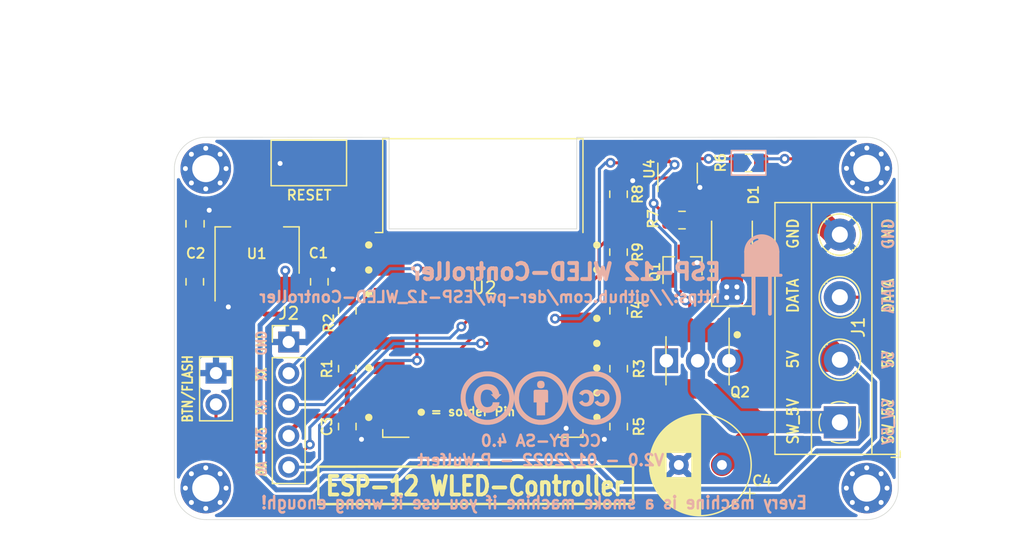
<source format=kicad_pcb>
(kicad_pcb (version 20211014) (generator pcbnew)
  (layers (0 "F.Cu" signal) (31 "B.Cu" signal) (34 "B.Paste" user) (35 "F.Paste" user) (36 "B.SilkS" user "B.Silkscreen") (37 "F.SilkS" user "F.Silkscreen") (38 "B.Mask" user) (39 "F.Mask" user) (44 "Edge.Cuts" user))
  (net 0 "")
  (net 1 "GND")
  (net 2 "+5V")
  (net 3 "+3V3")
  (net 4 "RX")
  (net 5 "TX")
  (net 6 "GPIO4_5")
  (net 7 "A0")
  (net 8 "GPIO4_3.3")
  (net 19 "/EN")
  (net 20 "/Reset")
  (net 21 "/GPIO15")
  (net 22 "/GPIO0")
  (net 23 "Net-(Q1-Pad3)")
  (net 24 "WS-Strip_VCC")
  (net 25 "GPIO2")
  (net 26 "DATA")
  (net 27 "RELAY")
  (net 28 "Net-(Q1-Pad1)")
  (footprint "Capacitor_SMD:C_0805_2012Metric_Pad1.15x1.40mm_HandSolder" (layer "F.Cu") (at 133.25 110.86 90)
    (fp_text reference "C3")
    (fp_text value "100nF")
  )
  (footprint "Resistor_SMD:R_0805_2012Metric_Pad1.15x1.40mm_HandSolder" (layer "F.Cu") (at 133.25 106.165 90)
    (fp_text reference "R1")
    (fp_text value "10k")
  )
  (footprint "Resistor_SMD:R_0805_2012Metric_Pad1.15x1.40mm_HandSolder" (layer "F.Cu") (at 133.25 101.465 90)
    (fp_text reference "R2")
    (fp_text value "10k")
  )
  (footprint "Resistor_SMD:R_0805_2012Metric_Pad1.15x1.40mm_HandSolder" (layer "F.Cu") (at 155.26 110.865 -90)
    (fp_text reference "R5")
    (fp_text value "10k")
  )
  (footprint "Package_TO_SOT_SMD:SOT-223-3_TabPin2" (layer "F.Cu") (at 125.935 96.56 90)
    (fp_text reference "U1")
    (fp_text value "TS1117-3.3")
  )
  (footprint "RF_Module:ESP-12E" (layer "F.Cu") (at 144.245 99.61)
    (fp_text reference "U2")
    (fp_text value "ESP-12E")
  )
  (footprint "Capacitor_SMD:C_0805_2012Metric_Pad1.15x1.40mm_HandSolder" (layer "F.Cu") (at 130.98 99.11 90)
    (fp_text reference "C1")
    (fp_text value "10µF")
  )
  (footprint "Resistor_SMD:R_0805_2012Metric_Pad1.15x1.40mm_HandSolder" (layer "F.Cu") (at 155.26 106.165 90)
    (fp_text reference "R3")
    (fp_text value "10k")
  )
  (footprint "Capacitor_THT:CP_Radial_D8.0mm_P3.50mm" (layer "F.Cu") (at 163.64 113.98 180)
    (fp_text reference "C4")
    (fp_text value "1000µF")
  )
  (footprint "Capacitor_SMD:C_0805_2012Metric_Pad1.15x1.40mm_HandSolder" (layer "F.Cu") (at 120.88 99.11 -90)
    (fp_text reference "C2")
    (fp_text value "10µF")
  )
  (footprint "Connector_PinHeader_2.54mm:PinHeader_1x02_P2.54mm_Vertical" (layer "F.Cu") (at 122.6 106.525)
    (fp_text reference "JP1" hide)
    (fp_text value "Jumper")
  )
  (footprint "Resistor_SMD:R_0805_2012Metric_Pad1.15x1.40mm_HandSolder" (layer "F.Cu") (at 165.8 89.46 180)
    (fp_text reference "R6")
    (fp_text value "470R")
  )
  (footprint "Button_Switch_SMD:SW_SPST_CK_RS282G05A3" (layer "F.Cu") (at 130.13 89.46 180)
    (fp_text reference "SW1" hide)
    (fp_text value "SW_RST")
  )
  (footprint "Resistor_SMD:R_0805_2012Metric_Pad1.15x1.40mm_HandSolder" (layer "F.Cu") (at 155.26 101.465 -90)
    (fp_text reference "R4")
    (fp_text value "10k")
  )
  (footprint "Diode_SMD:D_SMA_Handsoldering" (layer "F.Cu") (at 164.45 96.69 90)
    (fp_text reference "D1")
    (fp_text value "Flyback diode")
  )
  (footprint "Package_TO_SOT_THT:TO-220-3_Vertical" (layer "F.Cu") (at 159.13 105.52)
    (fp_text reference "altQ2" hide)
    (fp_text value "alt. MOSFET")
  )
  (footprint "Package_SO:TSOP-5_1.65x3.05mm_P0.95mm" (layer "F.Cu") (at 160.04 90.28 90)
    (fp_text reference "U4")
    (fp_text value "74LVC1G125")
  )
  (footprint "Package_SO:SOIC-8_3.9x4.9mm_P1.27mm" (layer "F.Cu") (at 161.66 105.52 -90)
    (fp_text reference "Q2")
    (fp_text value "IRF7410")
  )
  (footprint "Package_TO_SOT_SMD:SOT-23" (layer "F.Cu") (at 160.44 97.84 90)
    (fp_text reference "Q1")
    (fp_text value "IRLML6344")
  )
  (footprint "Resistor_SMD:R_0805_2012Metric_Pad1.15x1.40mm_HandSolder" (layer "F.Cu") (at 155.25 92 90)
    (fp_text reference "R8")
    (fp_text value "10k")
  )
  (footprint "Resistor_SMD:R_0805_2012Metric_Pad1.15x1.40mm_HandSolder" (layer "F.Cu") (at 160.4 94.1)
    (fp_text reference "R7")
    (fp_text value "10k")
  )
  (footprint "TerminalBlock_Phoenix:TerminalBlock_Phoenix_MKDS-1,5-4-5.08_1x04_P5.08mm_Horizontal" (layer "F.Cu") (at 173.2 110.52 90)
    (fp_text reference "J1")
    (fp_text value "Conn_01x04_Male")
  )
  (footprint "MountingHole:MountingHole_2.2mm_M2_Pad_Via" (layer "F.Cu") (at 121.77 89.92)
    (fp_text reference "REF**" hide)
    (fp_text value "MountingHole_2.2mm_M2_Pad_Via")
  )
  (footprint "MountingHole:MountingHole_2.2mm_M2_Pad_Via" (layer "F.Cu") (at 121.77 115.86)
    (fp_text reference "REF**" hide)
    (fp_text value "MountingHole_2.2mm_M2_Pad_Via")
  )
  (footprint "MountingHole:MountingHole_2.2mm_M2_Pad_Via" (layer "F.Cu") (at 175.38 115.86)
    (fp_text reference "REF**" hide)
    (fp_text value "MountingHole_2.2mm_M2_Pad_Via")
  )
  (footprint "MountingHole:MountingHole_2.2mm_M2_Pad_Via" (layer "F.Cu") (at 175.39 89.9)
    (fp_text reference "REF**" hide)
    (fp_text value "MountingHole_2.2mm_M2_Pad_Via")
  )
  (footprint "Resistor_SMD:R_0805_2012Metric_Pad1.15x1.40mm_HandSolder" (layer "F.Cu") (at 155.25 96.7 90)
    (fp_text reference "R9")
    (fp_text value "300R")
  )
  (footprint "Connector_PinHeader_2.54mm:PinHeader_1x05_P2.54mm_Vertical" (layer "F.Cu") (at 128.5 104)
    (fp_text reference "J2")
    (fp_text value "Conn_01x05_Male")
  )
  (footprint "Capacitor_SMD:C_0805_2012Metric_Pad1.18x1.45mm_HandSolder" (layer "F.Cu") (at 120.9 94.4 90)
    (fp_text reference "aC2" hide)
    (fp_text value "100µF")
  )
  (footprint "Homebrew:CC-BY-SA_13mm" (layer "B.Cu") (at 148.95 108.55 180)
    (fp_text reference "G***" hide)
    (fp_text value "LOGO" hide)
  )
  (footprint "Jumper:SolderJumper-2_P1.3mm_Open_TrianglePad1.0x1.5mm" (layer "B.Cu") (at 165.8 89.45)
    (fp_text reference "JP2" hide)
    (fp_text value "Jumper_2_Open" hide)
  )
  (gr_line (start 168.17 96.68) (end 168.17 98.58) (layer "B.SilkS") (width 0.25))
  (gr_line (start 165.31 98.58) (end 168.43 98.58) (layer "B.SilkS") (width 0.25))
  (gr_line (start 166.21 101.7) (end 166.21 98.61) (layer "B.SilkS") (width 0.3))
  (gr_line (start 167.53 101.71) (end 167.53 98.62) (layer "B.SilkS") (width 0.3))
  (gr_arc (start 166.100822 96.128786) (mid 166.335215 95.896502) (end 166.64 95.77) (layer "B.SilkS") (width 0.12))
  (gr_arc (start 166.540405 95.545133) (mid 166.652596 95.644112) (end 166.59 95.78) (layer "B.SilkS") (width 0.12))
  (gr_arc (start 165.57 96.68) (mid 166.87 95.38) (end 168.17 96.68) (layer "B.SilkS") (width 0.25))
  (gr_arc (start 165.940822 95.908786) (mid 166.175215 95.676502) (end 166.48 95.55) (layer "B.SilkS") (width 0.12))
  (gr_arc (start 166.101475 96.129127) (mid 165.932374 96.108838) (end 165.91 95.94) (layer "B.SilkS") (width 0.12))
  (gr_poly (pts (xy 167.65 95.76) (xy 168.01 96.38) (xy 168.07 98.49) (xy 165.66 98.48) (xy 165.67 96.76) (xy 165.8 96.09) (xy 166 96.18) (xy 166.655 95.8) (xy 166.69 95.5) (xy 167.28 95.55)) (layer "B.SilkS") (width 0.1) (fill solid))
  (gr_line (start 165.57 96.68) (end 165.57 98.58) (layer "B.SilkS") (width 0.25))
  (gr_circle (center 134.99 106.1) (end 135.14 106.1) (layer "F.SilkS") (width 0.3) (fill none))
  (gr_circle (center 153.5 110.12) (end 153.65 110.12) (layer "F.SilkS") (width 0.3) (fill none))
  (gr_circle (center 153.49 108.13) (end 153.64 108.13) (layer "F.SilkS") (width 0.3) (fill none))
  (gr_circle (center 153.49 106.11) (end 153.64 106.11) (layer "F.SilkS") (width 0.3) (fill none))
  (gr_circle (center 153.49 104.11) (end 153.64 104.11) (layer "F.SilkS") (width 0.3) (fill none))
  (gr_circle (center 153.49 102.08) (end 153.64 102.08) (layer "F.SilkS") (width 0.3) (fill none))
  (gr_circle (center 153.49 98.12) (end 153.64 98.12) (layer "F.SilkS") (width 0.3) (fill none))
  (gr_circle (center 153.49 96.13) (end 153.64 96.13) (layer "F.SilkS") (width 0.3) (fill none))
  (gr_circle (center 134.99 110.12) (end 135.14 110.12) (layer "F.SilkS") (width 0.3) (fill none))
  (gr_circle (center 134.99 100.09) (end 135.14 100.09) (layer "F.SilkS") (width 0.3) (fill none))
  (gr_circle (center 134.99 96.12) (end 135.14 96.12) (layer "F.SilkS") (width 0.3) (fill none))
  (gr_circle (center 139.25 109.7) (end 139.4 109.7) (layer "F.SilkS") (width 0.3) (fill none))
  (gr_circle (center 134.99 98.15) (end 135.14 98.15) (layer "F.SilkS") (width 0.3) (fill none))
  (gr_circle (center 164.88 103.41) (end 165.03 103.41) (layer "F.SilkS") (width 0.3) (fill none))
  (gr_line (start 130.9 117.16) (end 156.43 117.14) (layer "F.SilkS") (width 0.2))
  (gr_line (start 156.43 114.1) (end 156.43 117.14) (layer "F.SilkS") (width 0.2))
  (gr_line (start 130.9 117.16) (end 130.9 114.12) (layer "F.SilkS") (width 0.2))
  (gr_line (start 130.9 114.12) (end 156.43 114.1) (layer "F.SilkS") (width 0.2))
  (gr_line (start 177.94 115.83) (end 177.94 89.96) (layer "Edge.Cuts") (width 0.05))
  (gr_line (start 119.22 89.96) (end 119.22 115.83) (layer "Edge.Cuts") (width 0.05))
  (gr_line (start 136.64 87.38) (end 121.81 87.37) (layer "Edge.Cuts") (width 0.05))
  (gr_arc (start 121.81 118.42) (mid 119.978593 117.661407) (end 119.22 115.83) (layer "Edge.Cuts") (width 0.05))
  (gr_arc (start 177.94 115.83) (mid 177.181407 117.661407) (end 175.35 118.42) (layer "Edge.Cuts") (width 0.05))
  (gr_arc (start 175.35 87.37) (mid 177.181407 88.128593) (end 177.94 89.96) (layer "Edge.Cuts") (width 0.05))
  (gr_line (start 136.64 94.81) (end 136.64 87.38) (layer "Edge.Cuts") (width 0.05))
  (gr_arc (start 119.22 89.96) (mid 119.978593 88.128593) (end 121.81 87.37) (layer "Edge.Cuts") (width 0.05))
  (gr_line (start 136.64 94.81) (end 151.86 94.81) (layer "Edge.Cuts") (width 0.05))
  (gr_line (start 121.81 118.42) (end 175.35 118.42) (layer "Edge.Cuts") (width 0.05))
  (gr_line (start 151.86 94.81) (end 151.86 87.38) (layer "Edge.Cuts") (width 0.05))
  (gr_line (start 175.35 87.37) (end 151.86 87.38) (layer "Edge.Cuts") (width 0.05))
  (gr_text "GND  TX   RX  3V3  A0" (at 126.3 108.99 90) (layer "B.SilkS") (effects (font (size 0.8 0.65)) (justify mirror)))
  (gr_text "GND    DATA     5V    SW_5V" (at 177.12 103.18 90) (layer "B.SilkS") (effects (font (size 0.9 0.8)) (justify mirror)))
  (gr_text "https://github.com/der-pw/ESP-12_WLED-Controller" (at 144.82 100.34) (layer "B.SilkS") (effects (font (size 0.9 0.9) (thickness 0.2)) (justify mirror)))
  (gr_text "ESP-12 WLED-Controller" (at 150.97 98.3) (layer "B.SilkS") (effects (font (size 1.3 1.3) (thickness 0.325)) (justify mirror)))
  (gr_text "V2.0 - 01/2022 - P.Wulfert" (at 148.94 113.59) (layer "B.SilkS") (effects (font (size 0.9 0.9) (thickness 0.2)) (justify mirror)))
  (gr_text "Every machine is a smoke machine if you use it wrong enough!" (at 148.4 117.05) (layer "B.SilkS") (effects (font (size 1 0.9) (thickness 0.2)) (justify mirror)))
  (gr_text "CC BY-SA 4.0" (at 148.96 112.02) (layer "B.SilkS") (effects (font (size 0.9 0.9) (thickness 0.2)) (justify mirror)))
  (gr_text "BTN/FLASH" (at 120.3 107.8 90) (layer "F.SilkS") (effects (font (size 0.8 0.65))))
  (gr_text "RESET" (at 130.15 92.08) (layer "F.SilkS") (effects (font (size 0.8 0.8))))
  (gr_text "ESP-12 WLED-Controller" (at 143.6 115.7) (layer "F.SilkS") (effects (font (size 1.5 1.25) (thickness 0.3125))))
  (gr_text "SW_5V    5V     DATA    GND" (at 177.12 103.14 90) (layer "F.SilkS") (effects (font (size 0.9 0.8))))
  (gr_text "= solder Pin" (at 143.45 109.65) (layer "F.SilkS") (effects (font (size 0.7 0.7))))
  (gr_text "A0  3V3  RX   TX  GND" (at 126.28 109 90) (layer "F.SilkS") (effects (font (size 0.8 0.65))))
  (gr_text "SW_5V    5V     DATA    GND" (at 169.4 103.14 90) (layer "F.SilkS") (effects (font (size 0.9 0.8))))
  (segment (start 120.9625 93.3) (end 120.9 93.3625) (width 0.4) (layer "F.Cu") (net 1))
  (segment (start 161.39 97.78) (end 161.62 97.55) (width 0.25) (layer "F.Cu") (net 1))
  (segment (start 166.77 94.21) (end 171.72 94.21) (width 1.8) (layer "F.Cu") (net 1))
  (segment (start 154.1 111.9) (end 155.25 111.9) (width 0.4) (layer "F.Cu") (net 1))
  (segment (start 155.325 90.9) (end 155.25 90.975) (width 0.4) (layer "F.Cu") (net 1))
  (segment (start 171.72 94.21) (end 172.77 95.26) (width 1.8) (layer "F.Cu") (net 1))
  (segment (start 161.07 91.45) (end 160.99 91.53) (width 0.4) (layer "F.Cu") (net 1))
  (segment (start 132.1 98.1) (end 130.995 98.1) (width 0.4) (layer "F.Cu") (net 1))
  (segment (start 120.88 100.135) (end 123.21 100.135) (width 0.4) (layer "F.Cu") (net 1))
  (segment (start 173.2 95.28) (end 172.79 95.28) (width 1.8) (layer "F.Cu") (net 1))
  (segment (start 172.79 95.28) (end 171.72 94.21) (width 1.8) (layer "F.Cu") (net 1))
  (segment (start 123.21 100.135) (end 123.635 99.71) (width 0.4) (layer "F.Cu") (net 1))
  (segment (start 160.99 92.23) (end 160.68 92.54) (width 0.25) (layer "F.Cu") (net 1))
  (segment (start 151 110.955) (end 151.845 110.11) (width 0.4) (layer "F.Cu") (net 1))
  (segment (start 123.6 101.15) (end 123.6 99.745) (width 0.4) (layer "F.Cu") (net 1))
  (segment (start 161.39 98.84) (end 161.39 97.78) (width 0.25) (layer "F.Cu") (net 1))
  (segment (start 166.75 94.19) (end 166.77 94.21) (width 1.8) (layer "F.Cu") (net 1))
  (segment (start 120.8875 93.65) (end 120.85 93.6125) (width 0.4) (layer "F.Cu") (net 1))
  (segment (start 123.6 99.745) (end 123.635 99.71) (width 0.4) (layer "F.Cu") (net 1))
  (segment (start 156.4 90.9) (end 155.325 90.9) (width 0.4) (layer "F.Cu") (net 1))
  (segment (start 161.85 91.45) (end 161.07 91.45) (width 0.4) (layer "F.Cu") (net 1))
  (segment (start 164.45 94.19) (end 166.75 94.19) (width 1.8) (layer "F.Cu") (net 1))
  (segment (start 130.96 98.065) (end 130.98 98.085) (width 0.4) (layer "F.Cu") (net 1))
  (segment (start 165.17 94.21) (end 166.77 94.21) (width 1.8) (layer "F.Cu") (net 1))
  (segment (start 133.265 111.9) (end 133.25 111.885) (width 0.4) (layer "F.Cu") (net 1))
  (segment (start 126.27 89.5) (end 126.23 89.46) (width 0.4) (layer "F.Cu") (net 1))
  (segment (start 155.25 111.9) (end 155.26 111.89) (width 0.4) (layer "F.Cu") (net 1))
  (segment (start 130.995 98.1) (end 130.98 98.085) (width 0.4) (layer "F.Cu") (net 1))
  (segment (start 127.8 89.5) (end 126.27 89.5) (width 0.4) (layer "F.Cu") (net 1))
  (segment (start 159.09 92.25) (end 159.09 91.53) (width 0.25) (layer "F.Cu") (net 1))
  (segment (start 160.68 92.54) (end 159.38 92.54) (width 0.25) (layer "F.Cu") (net 1))
  (segment (start 134.4 111.9) (end 133.265 111.9) (width 0.4) (layer "F.Cu") (net 1))
  (segment (start 122.05 93.3) (end 120.9625 93.3) (width 0.4) (layer "F.Cu") (net 1))
  (segment (start 160.99 91.53) (end 160.99 92.23) (width 0.25) (layer "F.Cu") (net 1))
  (segment (start 159.38 92.54) (end 159.09 92.25) (width 0.25) (layer "F.Cu") (net 1))
  (segment (start 151 111) (end 151 110.955) (width 0.4) (layer "F.Cu") (net 1))
  (via (at 127.8 89.5) (size 0.8) (drill 0.4) (layers "F.Cu" "B.Cu") (net 1))
  (via (at 123.6 101.15) (size 0.8) (drill 0.4) (layers "F.Cu" "B.Cu") (net 1))
  (via (at 156.4 90.9) (size 0.8) (drill 0.4) (layers "F.Cu" "B.Cu") (net 1))
  (via (at 154.1 111.9) (size 0.8) (drill 0.4) (layers "F.Cu" "B.Cu") (net 1))
  (via (at 122.05 93.3) (size 0.8) (drill 0.4) (layers "F.Cu" "B.Cu") (net 1))
  (via (at 132.1 98.1) (size 0.8) (drill 0.4) (layers "F.Cu" "B.Cu") (net 1))
  (via (at 161.62 97.55) (size 0.8) (drill 0.4) (layers "F.Cu" "B.Cu") (net 1))
  (via (at 151 111) (size 0.8) (drill 0.4) (layers "F.Cu" "B.Cu") (net 1))
  (via (at 161.85 91.45) (size 0.8) (drill 0.4) (layers "F.Cu" "B.Cu") (net 1))
  (via (at 134.4 111.9) (size 0.8) (drill 0.4) (layers "F.Cu" "B.Cu") (net 1))
  (segment (start 161.025 100.945) (end 161.025 100.945) (width 0.25) (layer "F.Cu") (net 2))
  (segment (start 128.66 100.135) (end 128.235 99.71) (width 0.25) (layer "F.Cu") (net 2))
  (segment (start 159.375 94.025) (end 158.1 92.75) (width 0.25) (layer "F.Cu") (net 2))
  (segment (start 173.2 105.44) (end 170.805 103.045) (width 1.8) (layer "F.Cu") (net 2))
  (segment (start 159.07 89.14) (end 159.09 89.12) (width 0.25) (layer "F.Cu") (net 2))
  (segment (start 159.09 89.12) (end 159.05 89.08) (width 0.25) (layer "F.Cu") (net 2))
  (segment (start 159.66 89.6) (end 159.09 89.03) (width 0.25) (layer "F.Cu") (net 2))
  (segment (start 164.21 105.52) (end 170.82 105.52) (width 1.8) (layer "F.Cu") (net 2))
  (segment (start 170.9 105.44) (end 170.82 105.52) (width 1.8) (layer "F.Cu") (net 2))
  (segment (start 128.22 98.2) (end 128.22 99.695) (width 0.4) (layer "F.Cu") (net 2))
  (segment (start 161.025 103.045) (end 161.025 100.945) (width 0.25) (layer "F.Cu") (net 2))
  (segment (start 173.2 105.44) (end 170.9 105.44) (width 1.8) (layer "F.Cu") (net 2))
  (segment (start 170.395 103.045) (end 172.77 105.42) (width 1.8) (layer "F.Cu") (net 2))
  (segment (start 159.8 89.6) (end 159.66 89.6) (width 0.25) (layer "F.Cu") (net 2))
  (segment (start 172.67 105.52) (end 172.77 105.42) (width 1.8) (layer "F.Cu") (net 2))
  (segment (start 161.025 103.045) (end 165.405 103.045) (width 1.2) (layer "F.Cu") (net 2))
  (segment (start 170.805 103.045) (end 170.395 103.045) (width 1.8) (layer "F.Cu") (net 2))
  (segment (start 161.025 100.945) (end 160.705 100.625) (width 0.25) (layer "F.Cu") (net 2))
  (segment (start 159.375 94.1) (end 159.375 94.025) (width 0.25) (layer "F.Cu") (net 2))
  (segment (start 170.82 105.52) (end 172.67 105.52) (width 1.8) (layer "F.Cu") (net 2))
  (segment (start 130.98 100.135) (end 128.66 100.135) (width 0.25) (layer "F.Cu") (net 2))
  (segment (start 128.22 99.695) (end 128.235 99.71) (width 0.4) (layer "F.Cu") (net 2))
  (segment (start 165.405 103.045) (end 170.395 103.045) (width 1.8) (layer "F.Cu") (net 2))
  (via (at 158.1 92.75) (size 0.8) (drill 0.4) (layers "F.Cu" "B.Cu") (net 2))
  (via (at 159.8 89.6) (size 0.8) (drill 0.4) (layers "F.Cu" "B.Cu") (net 2))
  (via (at 160.705 100.625) (size 0.8) (drill 0.4) (layers "F.Cu" "B.Cu") (net 2))
  (via (at 128.22 98.2) (size 0.8) (drill 0.4) (layers "F.Cu" "B.Cu") (net 2))
  (segment (start 160.705 100.625) (end 159.885 99.805) (width 0.25) (layer "B.Cu") (net 2))
  (segment (start 137.375 114.875) (end 138.375 113.875) (width 0.4) (layer "B.Cu") (net 2))
  (segment (start 128.24 99.64) (end 128.24 99.12) (width 0.4) (layer "B.Cu") (net 2))
  (segment (start 126.18 114.68) (end 127.5 116) (width 0.4) (layer "B.Cu") (net 2))
  (segment (start 128.24 99.23) (end 128.24 99.64) (width 0.4) (layer "B.Cu") (net 2))
  (segment (start 176.03 107.27) (end 174.18 105.42) (width 0.4) (layer "B.Cu") (net 2))
  (segment (start 128.24 99.12) (end 128.22 99.1) (width 0.4) (layer "B.Cu") (net 2))
  (segment (start 127.5 116) (end 130.25 116) (width 0.4) (layer "B.Cu") (net 2))
  (segment (start 158.1 93.1) (end 158.1 91.3) (width 0.25) (layer "B.Cu") (net 2))
  (segment (start 138.375 113.875) (end 153.195 113.875) (width 0.4) (layer "B.Cu") (net 2))
  (segment (start 158.1 91.3) (end 159.8 89.6) (width 0.25) (layer "B.Cu") (net 2))
  (segment (start 159.885 95.985) (end 158.1 94.2) (width 0.25) (layer "B.Cu") (net 2))
  (segment (start 128.22 99.21) (end 128.24 99.23) (width 0.4) (layer "B.Cu") (net 2))
  (segment (start 130.25 116) (end 131.375 114.875) (width 0.4) (layer "B.Cu") (net 2))
  (segment (start 126.18 102.62) (end 126.18 114.68) (width 0.4) (layer "B.Cu") (net 2))
  (segment (start 158.1 94.2) (end 158.1 94.1) (width 0.25) (layer "B.Cu") (net 2))
  (segment (start 168.26 115.94) (end 171.36 112.84) (width 0.4) (layer "B.Cu") (net 2))
  (segment (start 159.885 99.805) (end 159.885 95.985) (width 0.25) (layer "B.Cu") (net 2))
  (segment (start 155.26 115.94) (end 168.26 115.94) (width 0.4) (layer "B.Cu") (net 2))
  (segment (start 131.375 114.875) (end 137.375 114.875) (width 0.4) (layer "B.Cu") (net 2))
  (segment (start 158.1 94.1) (end 158.1 93.1) (width 0.25) (layer "B.Cu") (net 2))
  (segment (start 128.24 100.56) (end 126.18 102.62) (width 0.4) (layer "B.Cu") (net 2))
  (segment (start 128.24 100.56) (end 128.24 98.22) (width 0.4) (layer "B.Cu") (net 2))
  (segment (start 128.24 99.64) (end 128.24 100.56) (width 0.4) (layer "B.Cu") (net 2))
  (segment (start 171.36 112.84) (end 174.92 112.84) (width 0.4) (layer "B.Cu") (net 2))
  (segment (start 153.195 113.875) (end 155.26 115.94) (width 0.4) (layer "B.Cu") (net 2))
  (segment (start 176.03 111.73) (end 176.03 107.27) (width 0.4) (layer "B.Cu") (net 2))
  (segment (start 174.18 105.42) (end 172.77 105.42) (width 0.4) (layer "B.Cu") (net 2))
  (segment (start 128.24 98.22) (end 128.22 98.2) (width 0.4) (layer "B.Cu") (net 2))
  (segment (start 174.92 112.84) (end 176.03 111.73) (width 0.4) (layer "B.Cu") (net 2))
  (segment (start 155.26 100.44) (end 155.26 100.44) (width 0.4) (layer "F.Cu") (net 3))
  (segment (start 155.26 100.44) (end 155.26 100.44) (width 0.4) (layer "F.Cu") (net 3))
  (segment (start 125.935 99.71) (end 125.935 99.135) (width 0.25) (layer "F.Cu") (net 3))
  (segment (start 126.555 101.73) (end 125.935 101.11) (width 0.4) (layer "F.Cu") (net 3))
  (segment (start 123.25 97.55) (end 122.7 97.55) (width 0.4) (layer "F.Cu") (net 3))
  (segment (start 155.26 107.19) (end 155.28 107.19) (width 0.25) (layer "F.Cu") (net 3))
  (segment (start 132.08001 103.96001) (end 132.08001 106.02001) (width 0.4) (layer "F.Cu") (net 3))
  (segment (start 132.08001 106.02001) (end 132.14999 106.08999) (width 0.4) (layer "F.Cu") (net 3))
  (segment (start 121.065 97.9) (end 120.88 98.085) (width 0.25) (layer "F.Cu") (net 3))
  (segment (start 155.28 107.19) (end 156.7 105.77) (width 0.25) (layer "F.Cu") (net 3))
  (segment (start 122.7 97.55) (end 122.7 97.2375) (width 0.4) (layer "F.Cu") (net 3))
  (segment (start 141.03 107.21) (end 143.3 107.21) (width 0.4) (layer "F.Cu") (net 3))
  (segment (start 122.7 97.2375) (end 120.9 95.4375) (width 0.4) (layer "F.Cu") (net 3))
  (segment (start 132.08001 103.61999) (end 132.08001 103.96001) (width 0.4) (layer "F.Cu") (net 3))
  (segment (start 122.7 97.55) (end 122.7 97.5375) (width 0.4) (layer "F.Cu") (net 3))
  (segment (start 138.13 110.11) (end 141.03 107.21) (width 0.4) (layer "F.Cu") (net 3))
  (segment (start 133.25 109.835) (end 136.37 109.835) (width 0.4) (layer "F.Cu") (net 3))
  (segment (start 125.935 98.31) (end 125.935 99.71) (width 0.4) (layer "F.Cu") (net 3))
  (segment (start 133.085 110) (end 133.25 109.835) (width 0.4) (layer "F.Cu") (net 3))
  (segment (start 132.08001 103.61999) (end 132.12001 103.61999) (width 0.4) (layer "F.Cu") (net 3))
  (segment (start 156.7 105.77) (end 156.7 101.88) (width 0.25) (layer "F.Cu") (net 3))
  (segment (start 121.415 97.55) (end 120.88 98.085) (width 0.4) (layer "F.Cu") (net 3))
  (segment (start 120.85 98.055) (end 120.88 98.085) (width 0.4) (layer "F.Cu") (net 3))
  (segment (start 146.61 107.21) (end 155.24 107.21) (width 0.25) (layer "F.Cu") (net 3))
  (segment (start 136.645 110.11) (end 138.13 110.11) (width 0.4) (layer "F.Cu") (net 3))
  (segment (start 125.935 100.975) (end 125.935 99.71) (width 0.25) (layer "F.Cu") (net 3))
  (segment (start 125.935 99.71) (end 125.935 98.435) (width 0.4) (layer "F.Cu") (net 3))
  (segment (start 132.08001 103.44001) (end 130.37 101.73) (width 0.4) (layer "F.Cu") (net 3))
  (segment (start 125.935 99.71) (end 125.935 93.41) (width 0.4) (layer "F.Cu") (net 3))
  (segment (start 133.25 107.19) (end 133.25 109.835) (width 0.4) (layer "F.Cu") (net 3))
  (segment (start 132.12001 103.61999) (end 133.25 102.49) (width 0.4) (layer "F.Cu") (net 3))
  (segment (start 125.935 101.11) (end 125.935 99.71) (width 0.4) (layer "F.Cu") (net 3))
  (segment (start 145.16 107.21) (end 155.24 107.21) (width 0.4) (layer "F.Cu") (net 3))
  (segment (start 120.9 95.4375) (end 123.0125 97.55) (width 0.4) (layer "F.Cu") (net 3))
  (segment (start 123.0125 97.55) (end 123.25 97.55) (width 0.4) (layer "F.Cu") (net 3))
  (segment (start 130.37 101.73) (end 126.555 101.73) (width 0.4) (layer "F.Cu") (net 3))
  (segment (start 133.25 107.19) (end 132.14999 106.08999) (width 0.4) (layer "F.Cu") (net 3))
  (segment (start 133.25 102.49) (end 133.25 102.46998) (width 0.4) (layer "F.Cu") (net 3))
  (segment (start 156.7 101.88) (end 155.26 100.44) (width 0.25) (layer "F.Cu") (net 3))
  (segment (start 122.7 97.55) (end 121.415 97.55) (width 0.4) (layer "F.Cu") (net 3))
  (segment (start 136.37 109.835) (end 136.645 110.11) (width 0.4) (layer "F.Cu") (net 3))
  (segment (start 133.25 102.49) (end 133.21 102.49) (width 0.4) (layer "F.Cu") (net 3))
  (segment (start 124.34 93.41) (end 125.935 93.41) (width 0.4) (layer "F.Cu") (net 3))
  (segment (start 143.3 107.21) (end 145.16 107.21) (width 0.4) (layer "F.Cu") (net 3))
  (segment (start 125.935 98.435) (end 125.05 97.55) (width 0.4) (layer "F.Cu") (net 3))
  (segment (start 141.03 107.21) (end 146.61 107.21) (width 0.25) (layer "F.Cu") (net 3))
  (segment (start 155.24 107.21) (end 155.26 107.19) (width 0.4) (layer "F.Cu") (net 3))
  (segment (start 125.05 97.55) (end 123.25 97.55) (width 0.4) (layer "F.Cu") (net 3))
  (segment (start 128.17 111.69) (end 129.86 110) (width 0.4) (layer "F.Cu") (net 3))
  (segment (start 132.08001 103.96001) (end 132.08001 103.44001) (width 0.4) (layer "F.Cu") (net 3))
  (segment (start 129.86 110) (end 133.085 110) (width 0.4) (layer "F.Cu") (net 3))
  (segment (start 142.5 102.75) (end 147.04 98.21) (width 0.25) (layer "F.Cu") (net 4))
  (segment (start 147.96 98.21) (end 151.745 98.21) (width 0.25) (layer "F.Cu") (net 4))
  (segment (start 151.745 98.21) (end 151.845 98.11) (width 0.25) (layer "F.Cu") (net 4))
  (segment (start 151.775 98.18) (end 151.845 98.11) (width 0.4) (layer "F.Cu") (net 4))
  (segment (start 147.04 98.21) (end 147.96 98.21) (width 0.25) (layer "F.Cu") (net 4))
  (via (at 142.5 102.75) (size 0.8) (drill 0.4) (layers "F.Cu" "B.Cu") (net 4))
  (segment (start 128.5 109.08) (end 131.42 109.08) (width 0.25) (layer "B.Cu") (net 4))
  (segment (start 136.819521 103.68048) (end 141.56952 103.68048) (width 0.25) (layer "B.Cu") (net 4))
  (segment (start 131.42 109.08) (end 136.819521 103.68048) (width 0.25) (layer "B.Cu") (net 4))
  (segment (start 141.56952 103.68048) (end 142.5 102.75) (width 0.25) (layer "B.Cu") (net 4))
  (segment (start 151.845 96.11) (end 142.81 96.11) (width 0.25) (layer "F.Cu") (net 5))
  (segment (start 151.805 96.15) (end 151.845 96.11) (width 0.4) (layer "F.Cu") (net 5))
  (segment (start 138.94 98.03) (end 140.89 98.03) (width 0.25) (layer "F.Cu") (net 5))
  (segment (start 140.89 98.03) (end 142.81 96.11) (width 0.25) (layer "F.Cu") (net 5))
  (via (at 138.94 98.03) (size 0.8) (drill 0.4) (layers "F.Cu" "B.Cu") (net 5))
  (segment (start 133.72 101.06) (end 136.73 98.05) (width 0.25) (layer "B.Cu") (net 5))
  (segment (start 128.17 106.61) (end 132.77 102.01) (width 0.25) (layer "B.Cu") (net 5))
  (segment (start 136.73 98.05) (end 138.92 98.05) (width 0.25) (layer "B.Cu") (net 5))
  (segment (start 132.77 102.01) (end 133.72 101.06) (width 0.25) (layer "B.Cu") (net 5))
  (segment (start 165.05 89.735) (end 164.775 89.46) (width 0.25) (layer "F.Cu") (net 6))
  (segment (start 160.99 89.12) (end 162.555 89.12) (width 0.25) (layer "F.Cu") (net 6))
  (segment (start 164.435 89.12) (end 164.775 89.46) (width 0.25) (layer "F.Cu") (net 6))
  (segment (start 162.555 89.12) (end 164.435 89.12) (width 0.25) (layer "F.Cu") (net 6))
  (segment (start 164.775 89.46) (end 165.16 89.46) (width 0.25) (layer "F.Cu") (net 6))
  (via (at 162.555 89.12) (size 0.8) (drill 0.4) (layers "F.Cu" "B.Cu") (net 6))
  (segment (start 162.555 89.12) (end 164.745 89.12) (width 0.25) (layer "B.Cu") (net 6))
  (segment (start 164.745 89.12) (end 165.075 89.45) (width 0.25) (layer "B.Cu") (net 6))
  (segment (start 138.9 105.5) (end 138.9 99.965978) (width 0.25) (layer "F.Cu") (net 7))
  (segment (start 138.717011 99.782989) (end 137.044022 98.11) (width 0.25) (layer "F.Cu") (net 7))
  (segment (start 138.9 99.965978) (end 138.717011 99.782989) (width 0.25) (layer "F.Cu") (net 7))
  (segment (start 137.044022 98.11) (end 136.645 98.11) (width 0.25) (layer "F.Cu") (net 7))
  (via (at 138.9 105.5) (size 0.8) (drill 0.4) (layers "F.Cu" "B.Cu") (net 7))
  (segment (start 131 113.5) (end 131 110.771436) (width 0.25) (layer "B.Cu") (net 7))
  (segment (start 138.9 105.5) (end 136.271436 105.5) (width 0.25) (layer "B.Cu") (net 7))
  (segment (start 136.271436 105.5) (end 136.235718 105.535718) (width 0.25) (layer "B.Cu") (net 7))
  (segment (start 130.34 114.16) (end 131 113.5) (width 0.25) (layer "B.Cu") (net 7))
  (segment (start 128.5 114.16) (end 130.34 114.16) (width 0.25) (layer "B.Cu") (net 7))
  (segment (start 131 110.771436) (end 136.235718 105.535718) (width 0.25) (layer "B.Cu") (net 7))
  (segment (start 160.04 90.84) (end 160.04 91.44) (width 0.25) (layer "F.Cu") (net 8))
  (segment (start 157.36 90.69) (end 159.89 90.69) (width 0.25) (layer "F.Cu") (net 8))
  (segment (start 151.835 102.1) (end 151.845 102.11) (width 0.4) (layer "F.Cu") (net 8))
  (segment (start 150.1 102.1) (end 151.835 102.1) (width 0.4) (layer "F.Cu") (net 8))
  (segment (start 159.89 90.69) (end 160.04 90.84) (width 0.25) (layer "F.Cu") (net 8))
  (segment (start 154.6 89.45) (end 156.12 89.45) (width 0.25) (layer "F.Cu") (net 8))
  (segment (start 156.12 89.45) (end 157.36 90.69) (width 0.25) (layer "F.Cu") (net 8))
  (via (at 154.6 89.45) (size 0.8) (drill 0.4) (layers "F.Cu" "B.Cu") (net 8))
  (via (at 150.1 102.1) (size 0.8) (drill 0.4) (layers "F.Cu" "B.Cu") (net 8))
  (segment (start 153.7 92.62) (end 153.7 92.62) (width 0.25) (layer "B.Cu") (net 8))
  (segment (start 154.6 89.45) (end 154.2 89.45) (width 0.25) (layer "B.Cu") (net 8))
  (segment (start 153.7 100.5) (end 152.1 102.1) (width 0.25) (layer "B.Cu") (net 8))
  (segment (start 153.7 89.95) (end 153.7 100.5) (width 0.25) (layer "B.Cu") (net 8))
  (segment (start 154.2 89.45) (end 153.7 89.95) (width 0.25) (layer "B.Cu") (net 8))
  (segment (start 152.1 102.1) (end 150.1 102.1) (width 0.25) (layer "B.Cu") (net 8))
  (segment (start 134.7 100.555) (end 135.145 100.11) (width 0.25) (layer "F.Cu") (net 19))
  (segment (start 133.25 105.14) (end 133.25 104.89) (width 0.25) (layer "F.Cu") (net 19))
  (segment (start 133.25 104.89) (end 134.7 103.44) (width 0.25) (layer "F.Cu") (net 19))
  (segment (start 135.145 100.11) (end 136.645 100.11) (width 0.25) (layer "F.Cu") (net 19))
  (segment (start 134.7 103.44) (end 134.7 100.555) (width 0.25) (layer "F.Cu") (net 19))
  (segment (start 133.33 100.44) (end 134.68 99.09) (width 0.25) (layer "F.Cu") (net 20))
  (segment (start 134.68 99.09) (end 134.68 96.575) (width 0.25) (layer "F.Cu") (net 20))
  (segment (start 135.11 96.11) (end 134.7 95.7) (width 0.25) (layer "F.Cu") (net 20))
  (segment (start 136.645 96.11) (end 135.11 96.11) (width 0.25) (layer "F.Cu") (net 20))
  (segment (start 135.145 96.11) (end 136.645 96.11) (width 0.25) (layer "F.Cu") (net 20))
  (segment (start 134.7 92.3) (end 134.03 91.63) (width 0.25) (layer "F.Cu") (net 20))
  (segment (start 134.03 91.63) (end 134.03 89.46) (width 0.25) (layer "F.Cu") (net 20))
  (segment (start 134.7 95.7) (end 134.7 92.3) (width 0.25) (layer "F.Cu") (net 20))
  (segment (start 134.68 96.575) (end 135.145 96.11) (width 0.25) (layer "F.Cu") (net 20))
  (segment (start 133.25 100.44) (end 133.33 100.44) (width 0.25) (layer "F.Cu") (net 20))
  (segment (start 153.53 108.11) (end 155.26 109.84) (width 0.25) (layer "F.Cu") (net 21))
  (segment (start 151.845 108.11) (end 153.53 108.11) (width 0.25) (layer "F.Cu") (net 21))
  (segment (start 122.6 110.665) (end 122.6 109.065) (width 0.25) (layer "F.Cu") (net 22))
  (segment (start 151.845 104.11) (end 153.64 104.11) (width 0.25) (layer "F.Cu") (net 22))
  (segment (start 129.6 112.93) (end 124.865 112.93) (width 0.25) (layer "F.Cu") (net 22))
  (segment (start 144.09 104.11) (end 151.845 104.11) (width 0.25) (layer "F.Cu") (net 22))
  (segment (start 130.21 112.32) (end 129.6 112.93) (width 0.25) (layer "F.Cu") (net 22))
  (segment (start 153.64 104.11) (end 155.26 102.49) (width 0.25) (layer "F.Cu") (net 22))
  (segment (start 124.865 112.93) (end 122.6 110.665) (width 0.25) (layer "F.Cu") (net 22))
  (via (at 144.09 104.11) (size 0.8) (drill 0.4) (layers "F.Cu" "B.Cu") (net 22))
  (via (at 130.21 112.32) (size 0.8) (drill 0.4) (layers "F.Cu" "B.Cu") (net 22))
  (segment (start 144.07 104.13) (end 137.005718 104.13) (width 0.25) (layer "B.Cu") (net 22))
  (segment (start 137.005718 104.13) (end 130.21 110.925718) (width 0.25) (layer "B.Cu") (net 22))
  (segment (start 144.09 104.11) (end 144.07 104.13) (width 0.25) (layer "B.Cu") (net 22))
  (segment (start 130.23 111.85) (end 130.23 112.31) (width 0.25) (layer "B.Cu") (net 22))
  (segment (start 130.21 110.925718) (end 130.21 112.32) (width 0.25) (layer "B.Cu") (net 22))
  (segment (start 159.13 105.52) (end 159.13 103.67) (width 0.25) (layer "F.Cu") (net 23))
  (segment (start 160.44 99.74) (end 160.44 96.84) (width 0.25) (layer "F.Cu") (net 23))
  (segment (start 159.755 100.425) (end 160.44 99.74) (width 0.25) (layer "F.Cu") (net 23))
  (segment (start 159.13 103.67) (end 159.755 103.045) (width 0.25) (layer "F.Cu") (net 23))
  (segment (start 160.44 96.69) (end 160.44 95.085) (width 0.25) (layer "F.Cu") (net 23))
  (segment (start 159.755 103.045) (end 159.755 100.425) (width 0.25) (layer "F.Cu") (net 23))
  (segment (start 160.44 96.84) (end 160.44 96.55) (width 0.25) (layer "F.Cu") (net 23))
  (segment (start 160.44 95.085) (end 161.425 94.1) (width 0.25) (layer "F.Cu") (net 23))
  (segment (start 166.38 110.5) (end 165.52 109.64) (width 1.8) (layer "F.Cu") (net 24))
  (segment (start 163.885 107.995) (end 164.66 108.77) (width 1.2) (layer "F.Cu") (net 24))
  (segment (start 159.755 107.995) (end 163.885 107.995) (width 1.2) (layer "F.Cu") (net 24))
  (segment (start 165.88 110) (end 165.02 109.14) (width 1.8) (layer "F.Cu") (net 24))
  (segment (start 164.66 108.77) (end 164.66 108.78) (width 1.2) (layer "F.Cu") (net 24))
  (segment (start 163.64 113.98) (end 166.81 110.81) (width 1.8) (layer "F.Cu") (net 24))
  (segment (start 166.81 110.5) (end 166.38 110.5) (width 1.8) (layer "F.Cu") (net 24))
  (segment (start 172.77 110.5) (end 166.81 110.5) (width 1.8) (layer "F.Cu") (net 24))
  (segment (start 166.81 110.81) (end 166.81 110.5) (width 1.8) (layer "F.Cu") (net 24))
  (via (at 164.875 100.375) (size 0.8) (drill 0.4) (layers "F.Cu" "B.Cu") (net 24))
  (via (at 164.025 100.38) (size 0.8) (drill 0.4) (layers "F.Cu" "B.Cu") (net 24))
  (via (at 164.025 99.52) (size 0.8) (drill 0.4) (layers "F.Cu" "B.Cu") (net 24))
  (via (at 164.85 99.525) (size 0.8) (drill 0.4) (layers "F.Cu" "B.Cu") (net 24))
  (segment (start 164.03 99.525) (end 164.025 99.52) (width 1.2) (layer "B.Cu") (net 24))
  (segment (start 164.85 99.525) (end 164.03 99.525) (width 1.2) (layer "B.Cu") (net 24))
  (segment (start 161.67 102.67) (end 163.965 100.375) (width 1.2) (layer "B.Cu") (net 24))
  (segment (start 164.025 100.38) (end 164.025 99.52) (width 1.2) (layer "B.Cu") (net 24))
  (segment (start 170.42 110.52) (end 170.4 110.5) (width 1.8) (layer "B.Cu") (net 24))
  (segment (start 161.67 105.52) (end 161.67 103.35) (width 1.2) (layer "B.Cu") (net 24))
  (segment (start 161.67 105.52) (end 161.67 102.67) (width 1.2) (layer "B.Cu") (net 24))
  (segment (start 164.875 99.55) (end 164.85 99.525) (width 1.2) (layer "B.Cu") (net 24))
  (segment (start 173.2 110.52) (end 170.42 110.52) (width 1.8) (layer "B.Cu") (net 24))
  (segment (start 164.79 110.5) (end 170.4 110.5) (width 1.8) (layer "B.Cu") (net 24))
  (segment (start 170.4 110.5) (end 172.77 110.5) (width 1.8) (layer "B.Cu") (net 24))
  (segment (start 161.67 105.52) (end 161.67 107.85) (width 1.2) (layer "B.Cu") (net 24))
  (segment (start 163.965 100.375) (end 164.875 100.375) (width 1.2) (layer "B.Cu") (net 24))
  (segment (start 164.875 100.375) (end 164.875 99.55) (width 1.2) (layer "B.Cu") (net 24))
  (segment (start 162.14 107.85) (end 164.79 110.5) (width 1.8) (layer "B.Cu") (net 24))
  (segment (start 151.845 106.11) (end 154.29 106.11) (width 0.25) (layer "F.Cu") (net 25))
  (segment (start 154.29 106.11) (end 155.26 105.14) (width 0.25) (layer "F.Cu") (net 25))
  (segment (start 155.26 105.14) (end 155.26 105.13) (width 0.25) (layer "F.Cu") (net 25))
  (segment (start 168.725 89.125) (end 167.16 89.125) (width 0.25) (layer "F.Cu") (net 26))
  (segment (start 175.975 94.425) (end 170.675 89.125) (width 0.25) (layer "F.Cu") (net 26))
  (segment (start 173.2 100.36) (end 174.84 100.36) (width 0.25) (layer "F.Cu") (net 26))
  (segment (start 174.84 100.36) (end 175.975 99.225) (width 0.25) (layer "F.Cu") (net 26))
  (segment (start 166.6 89.685) (end 166.825 89.46) (width 0.25) (layer "F.Cu") (net 26))
  (segment (start 170.675 89.125) (end 168.725 89.125) (width 0.25) (layer "F.Cu") (net 26))
  (segment (start 175.975 99.225) (end 175.975 94.425) (width 0.25) (layer "F.Cu") (net 26))
  (segment (start 167.16 89.125) (end 166.825 89.46) (width 0.25) (layer "F.Cu") (net 26))
  (segment (start 166.985 89.3) (end 166.825 89.46) (width 0.4) (layer "F.Cu") (net 26))
  (via (at 168.725 89.125) (size 0.8) (drill 0.4) (layers "F.Cu" "B.Cu") (net 26))
  (segment (start 166.85 89.125) (end 166.525 89.45) (width 0.25) (layer "B.Cu") (net 26))
  (segment (start 168.725 89.125) (end 166.85 89.125) (width 0.25) (layer "B.Cu") (net 26))
  (segment (start 138.5 107.5) (end 139.5 107.5) (width 0.25) (layer "F.Cu") (net 27))
  (segment (start 137.11 106.11) (end 138.5 107.5) (width 0.25) (layer "F.Cu") (net 27))
  (segment (start 153.264999 98.935001) (end 153.675 98.525) (width 0.25) (layer "F.Cu") (net 27))
  (segment (start 153.675 96.325) (end 154.325 95.675) (width 0.25) (layer "F.Cu") (net 27))
  (segment (start 136.645 106.11) (end 137.11 106.11) (width 0.25) (layer "F.Cu") (net 27))
  (segment (start 154.325 95.675) (end 155.25 95.675) (width 0.25) (layer "F.Cu") (net 27))
  (segment (start 148.064999 98.935001) (end 153.264999 98.935001) (width 0.25) (layer "F.Cu") (net 27))
  (segment (start 153.675 98.525) (end 153.675 96.325) (width 0.25) (layer "F.Cu") (net 27))
  (segment (start 139.5 107.5) (end 148.064999 98.935001) (width 0.25) (layer "F.Cu") (net 27))
  (segment (start 156.65 94.425) (end 155.25 93.025) (width 0.25) (layer "F.Cu") (net 28))
  (segment (start 159.49 98.99) (end 156.515 98.99) (width 0.25) (layer "F.Cu") (net 28))
  (segment (start 156.515 98.99) (end 155.25 97.725) (width 0.25) (layer "F.Cu") (net 28))
  (segment (start 155.25 97.725) (end 155.575 97.725) (width 0.25) (layer "F.Cu") (net 28))
  (segment (start 159.394999 98.935001) (end 159.49 98.84) (width 0.25) (layer "F.Cu") (net 28))
  (segment (start 156.65 96.65) (end 156.65 94.425) (width 0.25) (layer "F.Cu") (net 28))
  (segment (start 155.575 97.725) (end 156.65 96.65) (width 0.25) (layer "F.Cu") (net 28))
  (zone (net 1) (net_name "GND") (layer "B.Cu") (connect_pads (clearance 0.208)) (min_thickness 0.254) (fill yes (thermal_gap 0.508) (thermal_bridge_width 0.508))
    (polygon (pts (xy 177.93 118.42) (xy 119.22 118.41) (xy 119.29 87.4) (xy 177.93 87.39)))
  )
)
</source>
